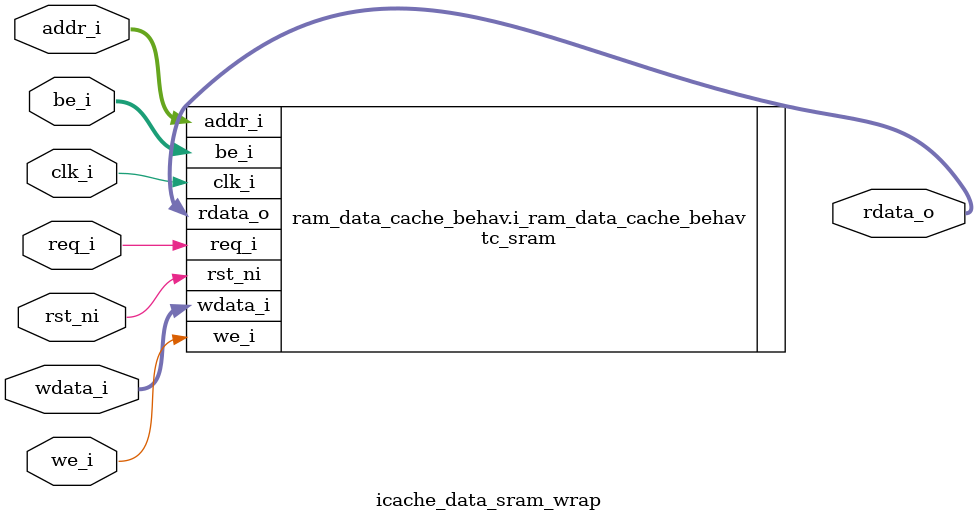
<source format=sv>

module icache_data_sram_wrap #(
    parameter int unsigned BehavMem  = 1,
    parameter int unsigned NumWords  = 0,
    parameter int unsigned DataWidth = 0
) (
    input logic clk_i,
    input logic rst_ni,
    input logic req_i,
    input logic we_i,
    input logic [$clog2(NumWords)-1:0] addr_i,
    input logic [DataWidth-1:0] wdata_i,
    input logic [((DataWidth+8-1)/8)-1:0] be_i,
    output logic [DataWidth-1:0] rdata_o
);

  if (BehavMem) begin : ram_data_cache_behav
    tc_sram #(
        .NumWords (NumWords),
        .DataWidth(DataWidth),
        .AddrWidth($clog2(NumWords)),
        .NumPorts (1)
    ) i_ram_data_cache_behav (
        .clk_i,
        .rst_ni,
        .req_i,
        .we_i,
        .addr_i,
        .wdata_i,
        .be_i,
        .rdata_o
    );
  end else begin : ram_data_cache_macro  // block: ram_data_cache_behav

    icache_data_sram_macro_wrap #(
        .NumWords (NumWords),
        .DataWidth(DataWidth)
    ) i_ram_data_cache_macro (
        .clk_i,
        .rst_ni,
        .req_i,
        .we_i,
        .addr_i,
        .wdata_i,
        .be_i,
        .rdata_o
    );

  end  // block: ram_data_cache_macro

endmodule

</source>
